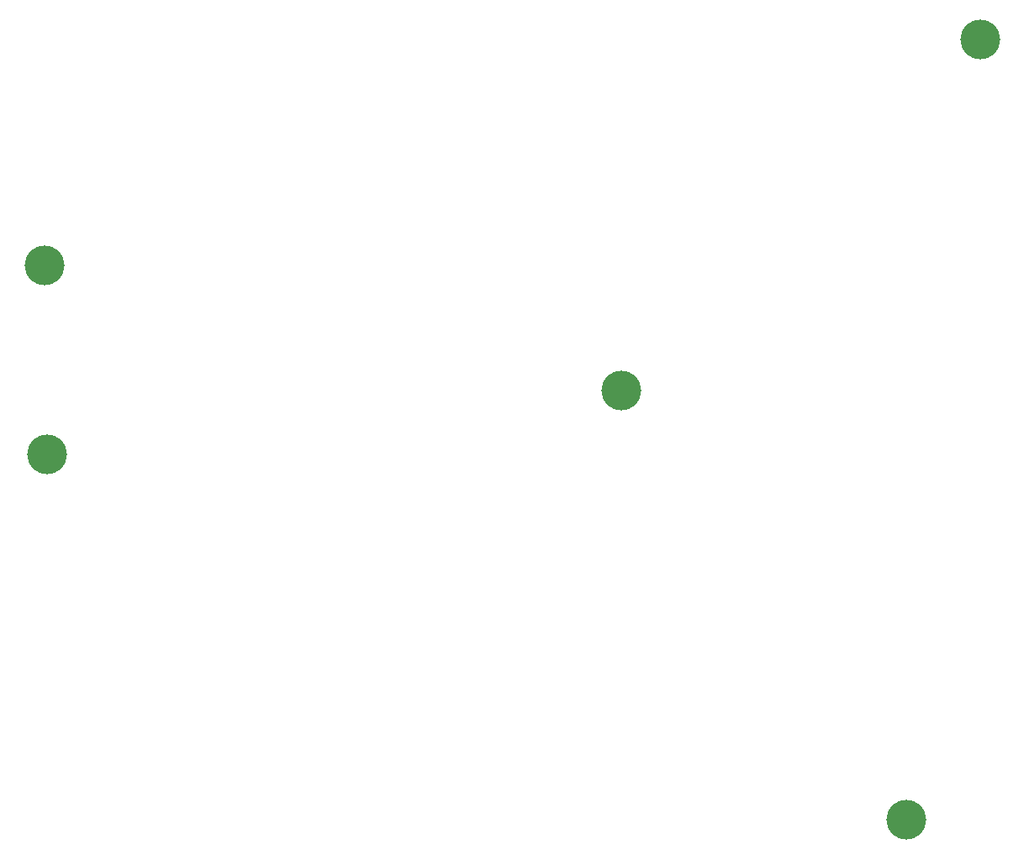
<source format=gbr>
%TF.GenerationSoftware,KiCad,Pcbnew,7.0.10*%
%TF.CreationDate,2024-02-08T11:08:36-05:00*%
%TF.ProjectId,bottom_plate,626f7474-6f6d-45f7-906c-6174652e6b69,rev?*%
%TF.SameCoordinates,Original*%
%TF.FileFunction,Copper,L1,Top*%
%TF.FilePolarity,Positive*%
%FSLAX46Y46*%
G04 Gerber Fmt 4.6, Leading zero omitted, Abs format (unit mm)*
G04 Created by KiCad (PCBNEW 7.0.10) date 2024-02-08 11:08:36*
%MOMM*%
%LPD*%
G01*
G04 APERTURE LIST*
%TA.AperFunction,ComponentPad*%
%ADD10C,4.000000*%
%TD*%
G04 APERTURE END LIST*
D10*
%TO.P,,5*%
%TO.N,N/C*%
X147217000Y-87011000D03*
%TD*%
%TO.P,,5*%
%TO.N,N/C*%
X89067000Y-74386000D03*
%TD*%
%TO.P,,5*%
%TO.N,N/C*%
X183317000Y-51611000D03*
%TD*%
%TO.P,,5*%
%TO.N,N/C*%
X89367000Y-93386000D03*
%TD*%
%TO.P,,5*%
%TO.N,N/C*%
X175842000Y-130236000D03*
%TD*%
M02*

</source>
